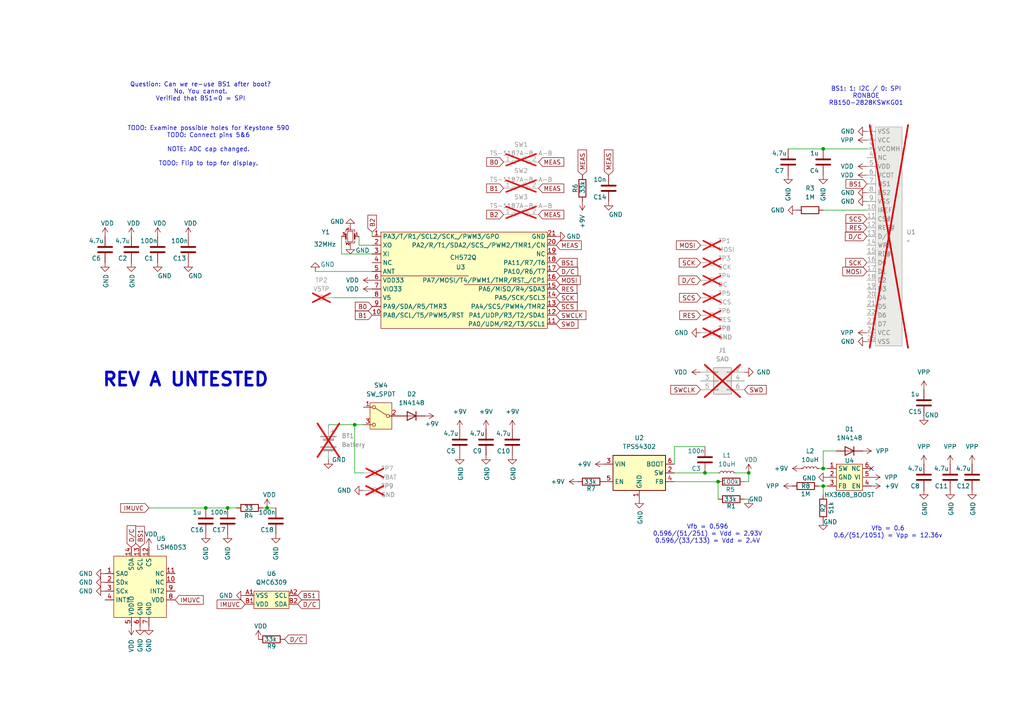
<source format=kicad_sch>
(kicad_sch (version 20250114) (generator "eeschema") (generator_version "9.0")
  (paper "A4")
  (lib_symbols
    (symbol "Connector:TestPoint" (pin_numbers (hide yes)) (pin_names (offset 0.762) (hide yes))
      (property "Reference" "TP" (at 0 6.858 0))
      (property "Value" "TestPoint" (at 0 5.08 0))
      (symbol "TestPoint_0_1"
        (circle (center 0 3.302) (radius 0.762))
      )
      (symbol "TestPoint_1_1"
        (pin passive line (at 0 0 90) (length 2.54) (name "1") (number "1"))
      )
    )
    (symbol "Connector_Generic:Conn_02x03_Odd_Even" (pin_names (offset 1.016) (hide yes))
      (property "Reference" "J" (at 1.27 5.08 0))
      (property "Value" "Conn_02x03_Odd_Even" (at 1.27 -5.08 0))
      (symbol "Conn_02x03_Odd_Even_1_1"
        (rectangle (start -1.27 3.81) (end 3.81 -3.81) (stroke (width 0.254)) (fill (type background)))
        (rectangle (start -1.27 2.667) (end 0 2.413) (stroke (width 0.1524)))
        (rectangle (start -1.27 0.127) (end 0 -0.127) (stroke (width 0.1524)))
        (rectangle (start -1.27 -2.413) (end 0 -2.667) (stroke (width 0.1524)))
        (rectangle (start 3.81 2.667) (end 2.54 2.413) (stroke (width 0.1524)))
        (rectangle (start 3.81 0.127) (end 2.54 -0.127) (stroke (width 0.1524)))
        (rectangle (start 3.81 -2.413) (end 2.54 -2.667) (stroke (width 0.1524)))
        (pin passive line (at -5.08 2.54 0) (length 3.81) (name "Pin_1") (number "1"))
        (pin passive line (at -5.08 0 0) (length 3.81) (name "Pin_3") (number "3"))
        (pin passive line (at -5.08 -2.54 0) (length 3.81) (name "Pin_5") (number "5"))
        (pin passive line (at 7.62 2.54 180) (length 3.81) (name "Pin_2") (number "2"))
        (pin passive line (at 7.62 0 180) (length 3.81) (name "Pin_4") (number "4"))
        (pin passive line (at 7.62 -2.54 180) (length 3.81) (name "Pin_6") (number "6"))
      )
    )
    (symbol "Device:Battery" (pin_numbers (hide yes)) (pin_names (offset 0) (hide yes))
      (property "Reference" "BT" (at 2.54 2.54 0))
      (property "Value" "Battery" (at 2.54 0 0))
      (symbol "Battery_0_1"
        (rectangle (start -2.286 1.778) (end 2.286 1.524) (fill (type outline)))
        (rectangle (start -2.286 -1.27) (end 2.286 -1.524) (fill (type outline)))
        (rectangle (start -1.524 1.016) (end 1.524 0.508) (fill (type outline)))
        (rectangle (start -1.524 -2.032) (end 1.524 -2.54) (fill (type outline)))
        (polyline (pts (xy 0 1.778) (xy 0 2.54)))
        (polyline (pts (xy 0 0) (xy 0 0.254)))
        (polyline (pts (xy 0 -0.508) (xy 0 -0.254)))
        (polyline (pts (xy 0 -1.016) (xy 0 -0.762)))
        (polyline (pts (xy 0.762 3.048) (xy 1.778 3.048)) (stroke (width 0.254)))
        (polyline (pts (xy 1.27 3.556) (xy 1.27 2.54)) (stroke (width 0.254)))
      )
      (symbol "Battery_1_1"
        (pin passive line (at 0 5.08 270) (length 2.54) (name "+") (number "1"))
        (pin passive line (at 0 -5.08 90) (length 2.54) (name "-") (number "2"))
      )
    )
    (symbol "Device:C" (pin_numbers (hide yes)) (pin_names (offset 0.254))
      (property "Reference" "C" (at 0.635 2.54 0))
      (property "Value" "C" (at 0.635 -2.54 0))
      (symbol "C_0_1"
        (polyline (pts (xy -2.032 0.762) (xy 2.032 0.762)) (stroke (width 0.508)))
        (polyline (pts (xy -2.032 -0.762) (xy 2.032 -0.762)) (stroke (width 0.508)))
      )
      (symbol "C_1_1"
        (pin passive line (at 0 3.81 270) (length 2.794) (name "~") (number "1"))
        (pin passive line (at 0 -3.81 90) (length 2.794) (name "~") (number "2"))
      )
    )
    (symbol "Device:Crystal_GND24_Small" (pin_names (offset 1.016) (hide yes))
      (property "Reference" "Y" (at 1.27 4.445 0))
      (property "Value" "Crystal_GND24_Small" (at 1.27 2.54 0))
      (symbol "Crystal_GND24_Small_0_1"
        (polyline (pts (xy -1.27 1.27) (xy -1.27 1.905) (xy 1.27 1.905) (xy 1.27 1.27)))
        (polyline (pts (xy -1.27 -0.762) (xy -1.27 0.762)) (stroke (width 0.381)))
        (polyline (pts (xy -1.27 -1.27) (xy -1.27 -1.905) (xy 1.27 -1.905) (xy 1.27 -1.27)))
        (rectangle (start -0.762 -1.524) (end 0.762 1.524))
        (polyline (pts (xy 1.27 -0.762) (xy 1.27 0.762)) (stroke (width 0.381)))
      )
      (symbol "Crystal_GND24_Small_1_1"
        (pin passive line (at -2.54 0 0) (length 1.27) (name "1") (number "1"))
        (pin passive line (at 0 2.54 270) (length 0.635) (name "4") (number "4"))
        (pin passive line (at 0 -2.54 90) (length 0.635) (name "2") (number "2"))
        (pin passive line (at 2.54 0 180) (length 1.27) (name "3") (number "3"))
      )
    )
    (symbol "Device:L_Small" (pin_numbers (hide yes)) (pin_names (offset 0.254) (hide yes))
      (property "Reference" "L" (at 0.762 1.016 0))
      (property "Value" "L_Small" (at 0.762 -1.016 0))
      (symbol "L_Small_0_1"
        (arc (start 0 2.032) (mid 0.5058 1.524) (end 0 1.016))
        (arc (start 0 1.016) (mid 0.5058 0.508) (end 0 0))
        (arc (start 0 0) (mid 0.5058 -0.508) (end 0 -1.016))
        (arc (start 0 -1.016) (mid 0.5058 -1.524) (end 0 -2.032))
      )
      (symbol "L_Small_1_1"
        (pin passive line (at 0 2.54 270) (length 0.508) (name "~") (number "1"))
        (pin passive line (at 0 -2.54 90) (length 0.508) (name "~") (number "2"))
      )
    )
    (symbol "Device:R" (pin_numbers (hide yes)) (pin_names (offset 0))
      (property "Reference" "R" (at 2.032 0 90))
      (property "Value" "R" (at 0 0 90))
      (symbol "R_0_1"
        (rectangle (start -1.016 -2.54) (end 1.016 2.54) (stroke (width 0.254)))
      )
      (symbol "R_1_1"
        (pin passive line (at 0 3.81 270) (length 1.27) (name "~") (number "1"))
        (pin passive line (at 0 -3.81 90) (length 1.27) (name "~") (number "2"))
      )
    )
    (symbol "Diode:1N4148" (pin_numbers (hide yes)) (pin_names (hide yes))
      (property "Reference" "D" (at 0 2.54 0))
      (property "Value" "1N4148" (at 0 -2.54 0))
      (symbol "1N4148_0_1"
        (polyline (pts (xy -1.27 1.27) (xy -1.27 -1.27)) (stroke (width 0.254)))
        (polyline (pts (xy 1.27 1.27) (xy 1.27 -1.27) (xy -1.27 0) (xy 1.27 1.27)) (stroke (width 0.254)))
        (polyline (pts (xy 1.27 0) (xy -1.27 0)))
      )
      (symbol "1N4148_1_1"
        (pin passive line (at -3.81 0 0) (length 2.54) (name "K") (number "1"))
        (pin passive line (at 3.81 0 180) (length 2.54) (name "A") (number "2"))
      )
    )
    (symbol "Regulator_Switching:TPS54302"
      (property "Reference" "U" (at -7.62 6.35 0))
      (property "Value" "TPS54302" (at 0 6.35 0))
      (symbol "TPS54302_0_1"
        (rectangle (start -7.62 5.08) (end 7.62 -5.08) (stroke (width 0.254)) (fill (type background)))
      )
      (symbol "TPS54302_1_1"
        (pin power_in line (at -10.16 2.54 0) (length 2.54) (name "VIN") (number "3"))
        (pin input line (at -10.16 -2.54 0) (length 2.54) (name "EN") (number "5"))
        (pin power_in line (at 0 -7.62 90) (length 2.54) (name "GND") (number "1"))
        (pin passive line (at 10.16 2.54 180) (length 2.54) (name "BOOT") (number "6"))
        (pin power_out line (at 10.16 0 180) (length 2.54) (name "SW") (number "2"))
        (pin input line (at 10.16 -2.54 180) (length 2.54) (name "FB") (number "4"))
      )
    )
    (symbol "Switch:SW_SPDT" (pin_names (offset 0) (hide yes))
      (property "Reference" "SW" (at 0 5.08 0))
      (property "Value" "SW_SPDT" (at 0 -5.08 0))
      (symbol "SW_SPDT_0_1"
        (circle (center -2.032 0) (radius 0.4572))
        (polyline (pts (xy -1.651 0.254) (xy 1.651 2.286)))
        (circle (center 2.032 2.54) (radius 0.4572))
        (circle (center 2.032 -2.54) (radius 0.4572))
      )
      (symbol "SW_SPDT_1_1"
        (rectangle (start -3.175 3.81) (end 3.175 -3.81) (fill (type background)))
        (pin passive line (at -5.08 0 0) (length 2.54) (name "B") (number "2"))
        (pin passive line (at 5.08 2.54 180) (length 2.54) (name "A") (number "1"))
        (pin passive line (at 5.08 -2.54 180) (length 2.54) (name "C") (number "3"))
      )
    )
    (symbol "Switch:SW_SPST" (pin_names (offset 0) (hide yes))
      (property "Reference" "SW" (at 0 3.175 0))
      (property "Value" "SW_SPST" (at 0 -2.54 0))
      (symbol "SW_SPST_0_0"
        (circle (center -2.032 0) (radius 0.508))
        (polyline (pts (xy -1.524 0.254) (xy 1.524 1.778)))
        (circle (center 2.032 0) (radius 0.508))
      )
      (symbol "SW_SPST_1_1"
        (pin passive line (at -5.08 0 0) (length 2.54) (name "A") (number "1"))
        (pin passive line (at 5.08 0 180) (length 2.54) (name "B") (number "2"))
      )
    )
    (symbol "cnhardware:CH570D"
      (property "Reference" "U" (at -2.286 -0.508 0))
      (property "Value" "CH570D" (at -4.318 -4.572 0))
      (symbol "CH570D_0_1"
        (rectangle (start -24.13 -1.27) (end 1.27 -1.27))
        (rectangle (start 24.13 -3.81) (end 0 -3.81))
      )
      (symbol "CH570D_1_1"
        (rectangle (start -24.13 11.43) (end 24.13 -16.51) (fill (type background)))
        (pin bidirectional line (at -26.67 10.16 0) (length 2.54) (name "PA3/T/R1/SCL2/SCK_/PWM3/GPO") (number "1"))
        (pin bidirectional line (at -26.67 7.62 0) (length 2.54) (name "XO") (number "2"))
        (pin bidirectional line (at -26.67 5.08 0) (length 2.54) (name "XI") (number "3"))
        (pin bidirectional line (at -26.67 2.54 0) (length 2.54) (name "NC") (number "4"))
        (pin bidirectional line (at -26.67 0 0) (length 2.54) (name "ANT") (number "5"))
        (pin bidirectional line (at -26.67 -2.54 0) (length 2.54) (name "VDD33") (number "6"))
        (pin bidirectional line (at -26.67 -5.08 0) (length 2.54) (name "VIO33") (number "7"))
        (pin bidirectional line (at -26.67 -7.62 0) (length 2.54) (name "V5") (number "8"))
        (pin bidirectional line (at -26.67 -10.16 0) (length 2.54) (name "PA9/SDA/R5/TMR3") (number "9"))
        (pin bidirectional line (at -26.67 -12.7 0) (length 2.54) (name "PA8/SCL/T5/PWM5/RST") (number "10"))
        (pin bidirectional line (at 26.67 10.16 180) (length 2.54) (name "GND") (number "21"))
        (pin bidirectional line (at 26.67 7.62 180) (length 2.54) (name "PA2/R/T1/SDA2/SCS_/PWM2/TMR1/CN") (number "20"))
        (pin bidirectional line (at 26.67 5.08 180) (length 2.54) (name "NC") (number "19"))
        (pin bidirectional line (at 26.67 2.54 180) (length 2.54) (name "PA11/R7/T6") (number "18"))
        (pin bidirectional line (at 26.67 0 180) (length 2.54) (name "PA10/R6/T7") (number "17"))
        (pin bidirectional line (at 26.67 -2.54 180) (length 2.54) (name "PA7/MOSI/T4/PWM1/TMR/RST_/CP1") (number "16"))
        (pin bidirectional line (at 26.67 -5.08 180) (length 2.54) (name "PA6/MISO/R4/SDA3") (number "15"))
        (pin bidirectional line (at 26.67 -7.62 180) (length 2.54) (name "PA5/SCK/SCL3") (number "14"))
        (pin bidirectional line (at 26.67 -10.16 180) (length 2.54) (name "PA4/SCS/PWM4/TMR2") (number "13"))
        (pin bidirectional line (at 26.67 -12.7 180) (length 2.54) (name "PA1/UDP/R3/T2/SDA1") (number "12"))
        (pin bidirectional line (at 26.67 -15.24 180) (length 2.54) (name "PA0/UDM/R2/T3/SCL1") (number "11"))
      )
    )
    (symbol "cnhardware:HX3608_BOOST"
      (property "Reference" "U" (at 0 -5.334 0))
      (property "Value" "HX3608_BOOST" (at 0 6.096 0))
      (symbol "HX3608_BOOST_1_1"
        (rectangle (start -3.81 3.81) (end 3.81 -3.81) (fill (type background)))
        (pin bidirectional line (at -6.35 2.54 0) (length 2.54) (name "SW") (number "1"))
        (pin bidirectional line (at -6.35 0 0) (length 2.54) (name "GND") (number "2"))
        (pin bidirectional line (at -6.35 -2.54 0) (length 2.54) (name "FB") (number "3"))
        (pin bidirectional line (at 6.35 2.54 180) (length 2.54) (name "NC") (number "6"))
        (pin bidirectional line (at 6.35 0 180) (length 2.54) (name "VI") (number "5"))
        (pin bidirectional line (at 6.35 -2.54 180) (length 2.54) (name "EN") (number "4"))
      )
    )
    (symbol "cnhardware:LSM6DSL"
      (property "Reference" "U" (at 0 0 0))
      (symbol "LSM6DSL_1_1"
        (rectangle (start -7.62 8.89) (end 7.62 -8.89) (fill (type background)))
        (pin bidirectional line (at -10.16 3.81 0) (length 2.54) (name "SA0") (number "1"))
        (pin bidirectional line (at -10.16 1.27 0) (length 2.54) (name "SDx") (number "2"))
        (pin bidirectional line (at -10.16 -1.27 0) (length 2.54) (name "SCx") (number "3"))
        (pin bidirectional line (at -10.16 -3.81 0) (length 2.54) (name "INT1") (number "4"))
        (pin bidirectional line (at -2.54 11.43 270) (length 2.54) (name "SDA") (number "14"))
        (pin bidirectional line (at -2.54 -11.43 90) (length 2.54) (name "VDDIO") (number "5"))
        (pin bidirectional line (at 0 11.43 270) (length 2.54) (name "SCL") (number "13"))
        (pin bidirectional line (at 0 -11.43 90) (length 2.54) (name "GND") (number "6"))
        (pin bidirectional line (at 2.54 11.43 270) (length 2.54) (name "CS") (number "12"))
        (pin bidirectional line (at 2.54 -11.43 90) (length 2.54) (name "GND") (number "7"))
        (pin bidirectional line (at 10.16 3.81 180) (length 2.54) (name "NC") (number "11"))
        (pin bidirectional line (at 10.16 1.27 180) (length 2.54) (name "NC") (number "10"))
        (pin bidirectional line (at 10.16 -1.27 180) (length 2.54) (name "INT2") (number "9"))
        (pin bidirectional line (at 10.16 -3.81 180) (length 2.54) (name "VDD") (number "8"))
      )
    )
    (symbol "cnhardware:QMC6309"
      (property "Reference" "U" (at 0 0 0))
      (property "Value" "QMC6309" (at 0 -3.81 0))
      (symbol "QMC6309_1_1"
        (rectangle (start -5.08 2.54) (end 5.08 -2.54) (fill (type background)))
        (pin bidirectional line (at -7.62 1.27 0) (length 2.54) (name "VSS") (number "A1"))
        (pin bidirectional line (at -7.62 -1.27 0) (length 2.54) (name "VDD") (number "B1"))
        (pin bidirectional line (at 7.62 1.27 180) (length 2.54) (name "SCL") (number "A2"))
        (pin bidirectional line (at 7.62 -1.27 180) (length 2.54) (name "SDA") (number "B2"))
      )
    )
    (symbol "cnhardware:RB150-2828KSWKG01"
      (property "Reference" "U1" (at 6.35 0.0001 0))
      (property "Value" "~" (at 6.35 -2.5399 0))
      (symbol "RB150-2828KSWKG01_1_1"
        (rectangle (start -2.54 30.48) (end 5.08 -33.02) (fill (type background)))
        (pin bidirectional line (at -5.08 29.21 0) (length 2.54) (name "VSS") (number "1"))
        (pin bidirectional line (at -5.08 26.67 0) (length 2.54) (name "VCC") (number "2"))
        (pin bidirectional line (at -5.08 24.13 0) (length 2.54) (name "VCOMH") (number "3"))
        (pin bidirectional line (at -5.08 21.59 0) (length 2.54) (name "NC") (number "4"))
        (pin bidirectional line (at -5.08 19.05 0) (length 2.54) (name "VDD") (number "5"))
        (pin bidirectional line (at -5.08 16.51 0) (length 2.54) (name "VCOT") (number "6"))
        (pin bidirectional line (at -5.08 13.97 0) (length 2.54) (name "BS1") (number "7"))
        (pin bidirectional line (at -5.08 11.43 0) (length 2.54) (name "BS2") (number "8"))
        (pin bidirectional line (at -5.08 8.89 0) (length 2.54) (name "VSS") (number "9"))
        (pin bidirectional line (at -5.08 6.35 0) (length 2.54) (name "IREF") (number "10"))
        (pin bidirectional line (at -5.08 3.81 0) (length 2.54) (name "CS#") (number "11"))
        (pin bidirectional line (at -5.08 1.27 0) (length 2.54) (name "RES#") (number "12"))
        (pin bidirectional line (at -5.08 -1.27 0) (length 2.54) (name "D/C") (number "13"))
        (pin bidirectional line (at -5.08 -3.81 0) (length 2.54) (name "WR#") (number "14"))
        (pin bidirectional line (at -5.08 -6.35 0) (length 2.54) (name "RD#") (number "15"))
        (pin bidirectional line (at -5.08 -8.89 0) (length 2.54) (name "D0") (number "16"))
        (pin bidirectional line (at -5.08 -11.43 0) (length 2.54) (name "D1") (number "17"))
        (pin bidirectional line (at -5.08 -13.97 0) (length 2.54) (name "D2") (number "18"))
        (pin bidirectional line (at -5.08 -16.51 0) (length 2.54) (name "D3") (number "19"))
        (pin bidirectional line (at -5.08 -19.05 0) (length 2.54) (name "D4") (number "20"))
        (pin bidirectional line (at -5.08 -21.59 0) (length 2.54) (name "D5") (number "21"))
        (pin bidirectional line (at -5.08 -24.13 0) (length 2.54) (name "D6") (number "22"))
        (pin bidirectional line (at -5.08 -26.67 0) (length 2.54) (name "D7") (number "23"))
        (pin bidirectional line (at -5.08 -29.21 0) (length 2.54) (name "VCC") (number "24"))
        (pin bidirectional line (at -5.08 -31.75 0) (length 2.54) (name "VSS") (number "25"))
      )
    )
    (symbol "power:+9V" (power) (pin_numbers (hide yes)) (pin_names (offset 0) (hide yes))
      (property "Value" "+9V" (at 0 3.556 0))
      (symbol "+9V_0_1"
        (polyline (pts (xy -0.762 1.27) (xy 0 2.54)))
        (polyline (pts (xy 0 2.54) (xy 0.762 1.27)))
        (polyline (pts (xy 0 0) (xy 0 2.54)))
      )
      (symbol "+9V_1_1"
        (pin power_in line (at 0 0 90) (length 0) (name "~") (number "1"))
      )
    )
    (symbol "power:GND" (power) (pin_names (offset 0))
      (property "Value" "GND" (at 0 -3.81 0))
      (symbol "GND_0_1"
        (polyline (pts (xy 0 0) (xy 0 -1.27) (xy 1.27 -1.27) (xy 0 -2.54) (xy -1.27 -1.27) (xy 0 -1.27)))
      )
      (symbol "GND_1_1"
        (pin power_in line (at 0 0 270) (length 0) (hide yes) (name "GND") (number "1"))
      )
    )
    (symbol "power:VDD" (power) (pin_names (offset 0))
      (property "Value" "VDD" (at 0 3.81 0))
      (symbol "VDD_0_1"
        (polyline (pts (xy -0.762 1.27) (xy 0 2.54)))
        (polyline (pts (xy 0 2.54) (xy 0.762 1.27)))
        (polyline (pts (xy 0 0) (xy 0 2.54)))
      )
      (symbol "VDD_1_1"
        (pin power_in line (at 0 0 90) (length 0) (hide yes) (name "VDD") (number "1"))
      )
    )
    (symbol "power:VPP" (power) (pin_numbers (hide yes)) (pin_names (offset 0) (hide yes))
      (property "Value" "VPP" (at 0 3.556 0))
      (symbol "VPP_0_1"
        (polyline (pts (xy -0.762 1.27) (xy 0 2.54)))
        (polyline (pts (xy 0 2.54) (xy 0.762 1.27)))
        (polyline (pts (xy 0 0) (xy 0 2.54)))
      )
      (symbol "VPP_1_1"
        (pin power_in line (at 0 0 90) (length 0) (name "~") (number "1"))
      )
    )
  )
  (text "REV A UNTESTED" (at 53.848 110.236 0) (effects (font (size 3.81 3.81) (thickness 0.762) (bold yes))))
  (text "TODO: Examine possible holes for Keystone 590\nTODO: Connect pins 5&6\n\nNOTE: ADC cap changed.\n\nTODO: Flip to top for display." (at 60.452 42.418 0) (effects (font (size 1.27 1.27))))
  (text "Question: Can we re-use BS1 after boot?\nNo. You cannot.\nVerified that BS1=0 = SPI" (at 58.166 26.67 0) (effects (font (size 1.27 1.27))))
  (text "Vfb = 0.596\n0.596/(51/251) = Vdd = 2.93V\n0.596/(33/133) = Vdd = 2.4V" (at 205.232 154.94 0) (effects (font (size 1.27 1.27))))
  (text "Vfb = 0.6\n0.6/(51/1051) = Vpp = 12.36v" (at 257.556 154.432 0) (effects (font (size 1.27 1.27))))
  (text "BS1: 1: I2C / 0: SPI\nRONBOE\nRB150-2828KSWKG01" (at 251.206 27.94 0) (effects (font (size 1.27 1.27))))
  (junction (at 59.69 147.32))
  (junction (at 217.17 137.16))
  (junction (at 238.76 135.89))
  (junction (at 238.76 43.18))
  (junction (at 77.47 147.32))
  (junction (at 238.76 140.97))
  (junction (at 66.04 147.32))
  (junction (at 204.47 137.16))
  (junction (at 102.87 123.19))
  (junction (at 208.28 139.7))
  (no_connect (at 252.73 135.89))
  (wire (pts (xy 208.28 139.7) (xy 208.28 144.78)))
  (wire (pts (xy 237.49 135.89) (xy 238.76 135.89)))
  (wire (pts (xy 238.76 135.89) (xy 240.03 135.89)))
  (wire (pts (xy 43.18 147.32) (xy 59.69 147.32)))
  (wire (pts (xy 80.01 147.32) (xy 77.47 147.32)))
  (wire (pts (xy 102.87 137.16) (xy 102.87 123.19)))
  (wire (pts (xy 237.49 140.97) (xy 238.76 140.97)))
  (wire (pts (xy 238.76 130.81) (xy 238.76 135.89)))
  (wire (pts (xy 107.95 67.31) (xy 107.95 68.58)))
  (wire (pts (xy 105.41 137.16) (xy 102.87 137.16)))
  (wire (pts (xy 96.52 86.36) (xy 107.95 86.36)))
  (wire (pts (xy 104.14 68.58) (xy 104.14 71.12)))
  (wire (pts (xy 99.06 73.66) (xy 99.06 68.58)))
  (wire (pts (xy 213.36 137.16) (xy 217.17 137.16)))
  (wire (pts (xy 107.95 73.66) (xy 99.06 73.66)))
  (wire (pts (xy 91.44 78.74) (xy 107.95 78.74)))
  (wire (pts (xy 95.25 123.19) (xy 102.87 123.19)))
  (wire (pts (xy 238.76 143.51) (xy 238.76 140.97)))
  (wire (pts (xy 104.14 71.12) (xy 107.95 71.12)))
  (wire (pts (xy 195.58 139.7) (xy 208.28 139.7)))
  (wire (pts (xy 76.2 147.32) (xy 77.47 147.32)))
  (wire (pts (xy 102.87 123.19) (xy 105.41 123.19)))
  (wire (pts (xy 228.6 43.18) (xy 238.76 43.18)))
  (wire (pts (xy 59.69 147.32) (xy 66.04 147.32)))
  (wire (pts (xy 195.58 137.16) (xy 204.47 137.16)))
  (wire (pts (xy 238.76 140.97) (xy 240.03 140.97)))
  (wire (pts (xy 215.9 139.7) (xy 217.17 139.7)))
  (wire (pts (xy 217.17 137.16) (xy 217.17 139.7)))
  (wire (pts (xy 217.17 144.78) (xy 215.9 144.78)))
  (wire (pts (xy 195.58 129.54) (xy 204.47 129.54)))
  (wire (pts (xy 238.76 60.96) (xy 251.46 60.96)))
  (wire (pts (xy 66.04 147.32) (xy 68.58 147.32)))
  (wire (pts (xy 204.47 137.16) (xy 208.28 137.16)))
  (wire (pts (xy 242.57 130.81) (xy 238.76 130.81)))
  (wire (pts (xy 238.76 43.18) (xy 251.46 43.18)))
  (wire (pts (xy 195.58 134.62) (xy 195.58 129.54)))
  (global_label "D{slash}C" (shape input) (at 38.1 158.75 90) (property "Intersheetrefs" "${INTERSHEET_REFS}" (effects (hide yes))))
  (global_label "MOSI" (shape input) (at 251.46 78.74 180) (property "Intersheetrefs" "${INTERSHEET_REFS}" (effects (hide yes))))
  (global_label "SWCLK" (shape input) (at 161.29 91.44 0) (property "Intersheetrefs" "${INTERSHEET_REFS}" (effects (hide yes))))
  (global_label "RES" (shape input) (at 251.46 66.04 180) (property "Intersheetrefs" "${INTERSHEET_REFS}" (effects (hide yes))))
  (global_label "MEAS" (shape input) (at 156.21 46.99 0) (property "Intersheetrefs" "${INTERSHEET_REFS}" (effects (hide yes))))
  (global_label "BS1" (shape input) (at 161.29 76.2 0) (property "Intersheetrefs" "${INTERSHEET_REFS}" (effects (hide yes))))
  (global_label "MEAS" (shape input) (at 168.91 50.8 90) (property "Intersheetrefs" "${INTERSHEET_REFS}" (effects (hide yes))))
  (global_label "D{slash}C" (shape input) (at 82.55 185.42 0) (property "Intersheetrefs" "${INTERSHEET_REFS}" (effects (hide yes))))
  (global_label "B2" (shape input) (at 107.95 67.31 90) (property "Intersheetrefs" "${INTERSHEET_REFS}" (effects (hide yes))))
  (global_label "MEAS" (shape input) (at 176.53 50.8 90) (property "Intersheetrefs" "${INTERSHEET_REFS}" (effects (hide yes))))
  (global_label "SCK" (shape input) (at 203.2 76.2 180) (property "Intersheetrefs" "${INTERSHEET_REFS}" (effects (hide yes))))
  (global_label "MEAS" (shape input) (at 156.21 54.61 0) (property "Intersheetrefs" "${INTERSHEET_REFS}" (effects (hide yes))))
  (global_label "SCS" (shape input) (at 251.46 63.5 180) (property "Intersheetrefs" "${INTERSHEET_REFS}" (effects (hide yes))))
  (global_label "B2" (shape input) (at 146.05 62.23 180) (property "Intersheetrefs" "${INTERSHEET_REFS}" (effects (hide yes))))
  (global_label "SCS" (shape input) (at 203.2 86.36 180) (property "Intersheetrefs" "${INTERSHEET_REFS}" (effects (hide yes))))
  (global_label "B0" (shape input) (at 146.05 46.99 180) (property "Intersheetrefs" "${INTERSHEET_REFS}" (effects (hide yes))))
  (global_label "RES" (shape input) (at 203.2 91.44 180) (property "Intersheetrefs" "${INTERSHEET_REFS}" (effects (hide yes))))
  (global_label "SWD" (shape input) (at 161.29 93.98 0) (property "Intersheetrefs" "${INTERSHEET_REFS}" (effects (hide yes))))
  (global_label "MOSI" (shape input) (at 161.29 81.28 0) (property "Intersheetrefs" "${INTERSHEET_REFS}" (effects (hide yes))))
  (global_label "BS1" (shape input) (at 40.64 158.75 90) (property "Intersheetrefs" "${INTERSHEET_REFS}" (effects (hide yes))))
  (global_label "B0" (shape input) (at 107.95 88.9 180) (property "Intersheetrefs" "${INTERSHEET_REFS}" (effects (hide yes))))
  (global_label "D{slash}C" (shape input) (at 251.46 68.58 180) (property "Intersheetrefs" "${INTERSHEET_REFS}" (effects (hide yes))))
  (global_label "SWD" (shape input) (at 215.9 113.03 0) (property "Intersheetrefs" "${INTERSHEET_REFS}" (effects (hide yes))))
  (global_label "D{slash}C" (shape input) (at 203.2 81.28 180) (property "Intersheetrefs" "${INTERSHEET_REFS}" (effects (hide yes))))
  (global_label "SWCLK" (shape input) (at 203.2 113.03 180) (property "Intersheetrefs" "${INTERSHEET_REFS}" (effects (hide yes))))
  (global_label "SCK" (shape input) (at 161.29 86.36 0) (property "Intersheetrefs" "${INTERSHEET_REFS}" (effects (hide yes))))
  (global_label "RES" (shape input) (at 161.29 83.82 0) (property "Intersheetrefs" "${INTERSHEET_REFS}" (effects (hide yes))))
  (global_label "IMUVC" (shape input) (at 50.8 173.99 0) (property "Intersheetrefs" "${INTERSHEET_REFS}" (effects (hide yes))))
  (global_label "D{slash}C" (shape input) (at 86.36 175.26 0) (property "Intersheetrefs" "${INTERSHEET_REFS}" (effects (hide yes))))
  (global_label "SCK" (shape input) (at 251.46 76.2 180) (property "Intersheetrefs" "${INTERSHEET_REFS}" (effects (hide yes))))
  (global_label "MEAS" (shape input) (at 156.21 62.23 0) (property "Intersheetrefs" "${INTERSHEET_REFS}" (effects (hide yes))))
  (global_label "IMUVC" (shape input) (at 43.18 147.32 180) (property "Intersheetrefs" "${INTERSHEET_REFS}" (effects (hide yes))))
  (global_label "BS1" (shape input) (at 251.46 53.34 180) (property "Intersheetrefs" "${INTERSHEET_REFS}" (effects (hide yes))))
  (global_label "MEAS" (shape input) (at 161.29 71.12 0) (property "Intersheetrefs" "${INTERSHEET_REFS}" (effects (hide yes))))
  (global_label "SCS" (shape input) (at 161.29 88.9 0) (property "Intersheetrefs" "${INTERSHEET_REFS}" (effects (hide yes))))
  (global_label "MOSI" (shape input) (at 203.2 71.12 180) (property "Intersheetrefs" "${INTERSHEET_REFS}" (effects (hide yes))))
  (global_label "B1" (shape input) (at 107.95 91.44 180) (property "Intersheetrefs" "${INTERSHEET_REFS}" (effects (hide yes))))
  (global_label "BS1" (shape input) (at 86.36 172.72 0) (property "Intersheetrefs" "${INTERSHEET_REFS}" (effects (hide yes))))
  (global_label "IMUVC" (shape input) (at 71.12 175.26 180) (property "Intersheetrefs" "${INTERSHEET_REFS}" (effects (hide yes))))
  (global_label "D{slash}C" (shape input) (at 161.29 78.74 0) (property "Intersheetrefs" "${INTERSHEET_REFS}" (effects (hide yes))))
  (global_label "B1" (shape input) (at 146.05 54.61 180) (property "Intersheetrefs" "${INTERSHEET_REFS}" (effects (hide yes))))
  (symbol (lib_id "power:GND") (at 30.48 166.37 270) (unit 1)
    (property "Reference" "#PWR070" (effects (hide yes)))
    (property "Value" "GND" (at 22.86 166.37 90) (effects (justify left)))
  )
  (symbol (lib_id "power:VDD") (at 45.72 68.58 0) (unit 1)
    (property "Reference" "#PWR04" (effects (hide yes)))
    (property "Value" "VDD" (at 44.45 64.77 0) (effects (justify left)))
  )
  (symbol (lib_id "Switch:SW_SPST") (at 151.13 54.61 0) (unit 1) (in_bom no) (dnp yes)
    (property "Reference" "SW2" (at 151.13 49.53 0))
    (property "Value" "TS-1187A-B-A-B" (at 151.13 52.07 0))
    (property "Footprint" "cnhardware:BTC007_Button_Silicone" (effects (hide yes)))
  )
  (symbol (lib_id "power:+9V") (at 167.64 139.7 90) (unit 1)
    (property "Reference" "#PWR029" (effects (hide yes)))
    (property "Value" "+9V" (at 163.83 139.6999 90) (effects (justify left)))
    (property "Description" "Power symbol creates a global label with name \"+9V\"" (effects (hide yes)))
  )
  (symbol (lib_id "power:VDD") (at 38.1 68.58 0) (unit 1)
    (property "Reference" "#PWR051" (effects (hide yes)))
    (property "Value" "VDD" (at 36.83 64.77 0) (effects (justify left)))
  )
  (symbol (lib_id "Device:C") (at 133.35 128.27 0) (unit 1)
    (property "Reference" "C5" (at 130.81 130.81 0))
    (property "Value" "4.7u" (at 130.81 125.73 0))
    (property "Footprint" "Capacitor_SMD:C_1206_3216Metric" (effects (hide yes)))
    (property "LCSC" "C29823" (effects (hide yes)))
  )
  (symbol (lib_id "cnhardware:QMC6309") (at 78.74 173.99 0) (unit 1)
    (property "Reference" "U6" (at 78.74 166.37 0))
    (property "Value" "QMC6309" (at 78.74 168.91 0))
    (property "Footprint" "Package_BGA:WLP-4_0.83x0.83mm_P0.4mm" (effects (hide yes)))
    (property "LCSC" "C5439871" (effects (hide yes)))
  )
  (symbol (lib_id "Connector:TestPoint") (at 105.41 142.24 270) (unit 1) (in_bom no) (dnp yes)
    (property "Reference" "TP9" (at 110.49 140.9699 90) (effects (justify left)))
    (property "Value" "GND" (at 110.49 143.5099 90) (effects (justify left)))
    (property "Footprint" "TestPoint:TestPoint_Pad_D1.0mm" (effects (hide yes)))
    (property "Description" "test point" (effects (hide yes)))
  )
  (symbol (lib_id "Device:C") (at 267.97 138.43 0) (unit 1)
    (property "Reference" "C8" (at 265.43 140.97 0))
    (property "Value" "4.7u" (at 265.43 135.89 0))
    (property "Footprint" "Capacitor_SMD:C_1206_3216Metric" (effects (hide yes)))
    (property "LCSC" "C29823" (effects (hide yes)))
  )
  (symbol (lib_id "Connector:TestPoint") (at 203.2 76.2 270) (unit 1) (in_bom no) (dnp yes)
    (property "Reference" "TP3" (at 208.28 74.9299 90) (effects (justify left)))
    (property "Value" "SCK" (at 208.28 77.4699 90) (effects (justify left)))
    (property "Footprint" "TestPoint:TestPoint_Pad_D1.0mm" (effects (hide yes)))
    (property "Description" "test point" (effects (hide yes)))
  )
  (symbol (lib_id "power:GND") (at 231.14 60.96 270) (unit 1)
    (property "Reference" "#PWR015" (effects (hide yes)))
    (property "Value" "GND" (at 223.52 60.96 90) (effects (justify left)))
  )
  (symbol (lib_id "power:GND") (at 238.76 151.13 0) (unit 1)
    (property "Reference" "#PWR050" (effects (hide yes)))
    (property "Value" "GND" (at 238.76 151.384 0) (effects (justify left)))
  )
  (symbol (lib_id "power:GND") (at 40.64 181.61 0) (unit 1)
    (property "Reference" "#PWR061" (effects (hide yes)))
    (property "Value" "GND" (at 40.64 189.23 90) (effects (justify left)))
  )
  (symbol (lib_id "power:VPP") (at 229.87 140.97 90) (unit 1)
    (property "Reference" "#PWR049" (effects (hide yes)))
    (property "Value" "VPP" (at 226.06 140.9699 90) (effects (justify left)))
    (property "Description" "Power symbol creates a global label with name \"VPP\"" (effects (hide yes)))
  )
  (symbol (lib_id "power:+9V") (at 175.26 134.62 90) (unit 1)
    (property "Reference" "#PWR028" (effects (hide yes)))
    (property "Value" "+9V" (at 171.45 134.6199 90) (effects (justify left)))
    (property "Description" "Power symbol creates a global label with name \"+9V\"" (effects (hide yes)))
  )
  (symbol (lib_id "Device:C") (at 38.1 72.39 0) (unit 1)
    (property "Reference" "C2" (at 35.56 74.93 0))
    (property "Value" "4.7u" (at 35.56 69.85 0))
    (property "Footprint" "Capacitor_SMD:C_1206_3216Metric" (effects (hide yes)))
    (property "LCSC" "C29823" (effects (hide yes)))
  )
  (symbol (lib_id "Diode:1N4148") (at 246.38 130.81 180) (unit 1)
    (property "Reference" "D1" (at 246.38 124.46 0))
    (property "Value" "1N4148" (at 246.38 127 0))
    (property "Footprint" "Diode_SMD:D_SOD-323" (effects (hide yes)))
    (property "Datasheet" "https://assets.nexperia.com/documents/data-sheet/1N4148_1N4448.pdf" (effects (hide yes)))
    (property "Description" "100V 0.15A standard switching diode, DO-35" (effects (hide yes)))
    (property "Sim.Device" "D" (effects (hide yes)))
    (property "Sim.Pins" "1=K 2=A" (effects (hide yes)))
    (property "LCSC" "C2128" (effects (hide yes)))
  )
  (symbol (lib_id "power:GND") (at 30.48 168.91 270) (unit 1)
    (property "Reference" "#PWR062" (effects (hide yes)))
    (property "Value" "GND" (at 22.86 168.91 90) (effects (justify left)))
  )
  (symbol (lib_id "power:+9V") (at 252.73 140.97 270) (unit 1)
    (property "Reference" "#PWR043" (effects (hide yes)))
    (property "Value" "+9V" (at 256.54 140.9699 90) (effects (justify left)))
    (property "Description" "Power symbol creates a global label with name \"+9V\"" (effects (hide yes)))
  )
  (symbol (lib_id "power:GND") (at 30.48 171.45 270) (unit 1)
    (property "Reference" "#PWR063" (effects (hide yes)))
    (property "Value" "GND" (at 22.86 171.45 90) (effects (justify left)))
  )
  (symbol (lib_id "Connector_Generic:Conn_02x03_Odd_Even") (at 208.28 110.49 0) (unit 1) (in_bom no) (dnp yes)
    (property "Reference" "J1" (at 209.55 101.6 0))
    (property "Value" "SAO" (at 209.55 104.14 0))
    (property "Footprint" "Connector_PinHeader_2.54mm:PinHeader_2x03_P2.54mm_Vertical_SMD" (effects (hide yes)))
    (property "Description" "Generic connector, double row, 02x03, odd/even pin numbering scheme (row 1 odd numbers, row 2 even numbers), script generated (kicad-library-utils/schlib/autogen/connector/)" (effects (hide yes)))
  )
  (symbol (lib_id "Regulator_Switching:TPS54302") (at 185.42 137.16 0) (unit 1)
    (property "Reference" "U2" (at 185.42 127 0))
    (property "Value" "TPS54302" (at 185.42 129.54 0))
    (property "Footprint" "Package_TO_SOT_SMD:SOT-23-6" (effects (hide yes)))
    (property "Datasheet" "http://www.ti.com/lit/ds/symlink/tps54302.pdf" (effects (hide yes)))
    (property "Description" "3A, 4.5 to 28V Input, EMI Friendly integrated switch synchronous step-down regulator, pulse-skipping, SOT-23-6" (effects (hide yes)))
    (property "LCSC" "C311983" (effects (hide yes)))
  )
  (symbol (lib_id "Device:R") (at 171.45 139.7 270) (unit 1)
    (property "Reference" "R7" (at 171.45 141.732 90))
    (property "Value" "33k" (at 171.196 139.7 90))
    (property "Footprint" "cnhardware:R_0402_1005Metric_COMPACT" (effects (hide yes)))
    (property "Description" "Resistor" (effects (hide yes)))
    (property "LCSC" "C25779" (effects (hide yes)))
  )
  (symbol (lib_id "Device:R") (at 168.91 54.61 180) (unit 1)
    (property "Reference" "R6" (at 166.878 54.61 90))
    (property "Value" "33k" (at 168.91 54.356 90))
    (property "Footprint" "cnhardware:R_0402_1005Metric_COMPACT" (effects (hide yes)))
    (property "Description" "Resistor" (effects (hide yes)))
    (property "LCSC" "C25779" (effects (hide yes)))
  )
  (symbol (lib_id "power:GND") (at 251.46 58.42 270) (unit 1)
    (property "Reference" "#PWR014" (effects (hide yes)))
    (property "Value" "GND" (at 243.84 58.42 90) (effects (justify left)))
  )
  (symbol (lib_id "Device:C") (at 45.72 72.39 0) (unit 1)
    (property "Reference" "C1" (at 43.18 74.93 0))
    (property "Value" "100n" (at 43.18 69.85 0))
    (property "Footprint" "Resistor_SMD:R_0402_1005Metric" (effects (hide yes)))
    (property "LCSC" "C307331" (effects (hide yes)))
  )
  (symbol (lib_id "Connector:TestPoint") (at 203.2 91.44 270) (unit 1) (in_bom no) (dnp yes)
    (property "Reference" "TP6" (at 208.28 90.1699 90) (effects (justify left)))
    (property "Value" "RES" (at 208.28 92.7099 90) (effects (justify left)))
    (property "Footprint" "TestPoint:TestPoint_Pad_D1.0mm" (effects (hide yes)))
    (property "Description" "test point" (effects (hide yes)))
  )
  (symbol (lib_id "Device:R") (at 72.39 147.32 270) (unit 1)
    (property "Reference" "R4" (at 72.136 149.606 90))
    (property "Value" "33" (at 72.136 147.32 90))
    (property "Footprint" "cnhardware:R_0402_1005Metric_COMPACT" (effects (hide yes)))
    (property "Description" "Resistor" (effects (hide yes)))
    (property "LCSC" "C25105" (effects (hide yes)))
  )
  (symbol (lib_id "power:GND") (at 275.59 142.24 0) (unit 1)
    (property "Reference" "#PWR041" (effects (hide yes)))
    (property "Value" "GND" (at 275.844 149.606 90) (effects (justify left)))
  )
  (symbol (lib_id "Connector:TestPoint") (at 203.2 96.52 270) (unit 1) (in_bom no) (dnp yes)
    (property "Reference" "TP8" (at 208.28 95.2499 90) (effects (justify left)))
    (property "Value" "GND" (at 208.28 97.7899 90) (effects (justify left)))
    (property "Footprint" "TestPoint:TestPoint_Pad_D1.0mm" (effects (hide yes)))
    (property "Description" "test point" (effects (hide yes)))
  )
  (symbol (lib_id "Device:Crystal_GND24_Small") (at 101.6 68.58 0) (mirror y) (unit 1)
    (property "Reference" "Y1" (at 94.488 67.31 0))
    (property "Value" "32MHz" (at 94.234 70.866 0))
    (property "Footprint" "Crystal:Crystal_SMD_2016-4Pin_2.0x1.6mm" (effects (hide yes)))
    (property "Description" "Four pin crystal, GND on pins 2 and 4, small symbol" (effects (hide yes)))
    (property "LCSC" "C7294697" (effects (hide yes)))
  )
  (symbol (lib_id "power:GND") (at 140.97 132.08 0) (unit 1)
    (property "Reference" "#PWR038" (effects (hide yes)))
    (property "Value" "GND" (at 141.224 139.446 90) (effects (justify left)))
  )
  (symbol (lib_id "cnhardware:RB150-2828KSWKG01") (at 256.54 67.31 0) (unit 1) (in_bom no) (dnp yes)
    (property "Reference" "U1" (at 262.89 67.3099 0) (effects (justify left)))
    (property "Value" "~" (at 262.89 69.8499 0) (effects (justify left)))
    (property "Footprint" "cnhardware:RB150-2828KSWKG01" (effects (hide yes)))
  )
  (symbol (lib_id "power:GND") (at 228.6 50.8 0) (unit 1)
    (property "Reference" "#PWR020" (effects (hide yes)))
    (property "Value" "GND" (at 228.6 58.42 90) (effects (justify left)))
  )
  (symbol (lib_id "power:GND") (at 91.44 78.74 0) (mirror x) (unit 1)
    (property "Reference" "#PWR012" (effects (hide yes)))
    (property "Value" "GND" (at 92.964 76.708 0) (effects (justify left)))
  )
  (symbol (lib_id "power:VDD") (at 107.95 83.82 90) (unit 1)
    (property "Reference" "#PWR023" (effects (hide yes)))
    (property "Value" "VDD" (at 104.14 83.8199 90) (effects (justify left)))
  )
  (symbol (lib_id "Connector:TestPoint") (at 105.41 137.16 270) (unit 1) (in_bom no) (dnp yes)
    (property "Reference" "TP7" (at 110.49 135.8899 90) (effects (justify left)))
    (property "Value" "VBAT" (at 110.49 138.4299 90) (effects (justify left)))
    (property "Footprint" "TestPoint:TestPoint_Pad_D1.0mm" (effects (hide yes)))
    (property "Description" "test point" (effects (hide yes)))
  )
  (symbol (lib_id "Device:L_Small") (at 234.95 135.89 90) (unit 1)
    (property "Reference" "L2" (at 234.95 130.81 90))
    (property "Value" "10uH" (at 234.95 133.35 90))
    (property "Footprint" "Inductor_SMD:L_1008_2520Metric" (effects (hide yes)))
    (property "Description" "Inductor, small symbol" (effects (hide yes)))
    (property "LCSC" "C37428" (effects (hide yes)))
  )
  (symbol (lib_id "power:GND") (at 105.41 142.24 270) (unit 1)
    (property "Reference" "#PWR058" (effects (hide yes)))
    (property "Value" "GND" (at 97.79 142.24 90) (effects (justify left)))
  )
  (symbol (lib_id "power:+9V") (at 148.59 124.46 0) (unit 1)
    (property "Reference" "#PWR039" (effects (hide yes)))
    (property "Value" "+9V" (at 148.59 119.38 0))
    (property "Description" "Power symbol creates a global label with name \"+9V\"" (effects (hide yes)))
  )
  (symbol (lib_id "power:VDD") (at 251.46 48.26 90) (unit 1)
    (property "Reference" "#PWR018" (effects (hide yes)))
    (property "Value" "VDD" (at 247.65 48.2599 90) (effects (justify left)))
  )
  (symbol (lib_id "power:GND") (at 251.46 55.88 270) (unit 1)
    (property "Reference" "#PWR02" (effects (hide yes)))
    (property "Value" "GND" (at 243.84 55.88 90) (effects (justify left)))
  )
  (symbol (lib_id "power:GND") (at 251.46 99.06 270) (unit 1)
    (property "Reference" "#PWR016" (effects (hide yes)))
    (property "Value" "GND" (at 243.84 99.06 90) (effects (justify left)))
  )
  (symbol (lib_id "Connector:TestPoint") (at 96.52 86.36 90) (unit 1) (in_bom no) (dnp yes)
    (property "Reference" "TP2" (at 93.218 81.28 90))
    (property "Value" "V5TP" (at 93.218 83.82 90))
    (property "Footprint" "TestPoint:TestPoint_Pad_D1.0mm" (effects (hide yes)))
    (property "Description" "test point" (effects (hide yes)))
  )
  (symbol (lib_id "power:VPP") (at 252.73 138.43 270) (unit 1)
    (property "Reference" "#PWR048" (effects (hide yes)))
    (property "Value" "VPP" (at 256.54 138.4299 90) (effects (justify left)))
    (property "Description" "Power symbol creates a global label with name \"VPP\"" (effects (hide yes)))
  )
  (symbol (lib_id "Device:C") (at 54.61 72.39 0) (unit 1)
    (property "Reference" "C13" (at 52.07 74.93 0))
    (property "Value" "100n" (at 52.07 69.85 0))
    (property "Footprint" "Resistor_SMD:R_0402_1005Metric" (effects (hide yes)))
    (property "LCSC" "C307331" (effects (hide yes)))
  )
  (symbol (lib_id "Connector:TestPoint") (at 203.2 86.36 270) (unit 1) (in_bom no) (dnp yes)
    (property "Reference" "TP5" (at 208.28 85.0899 90) (effects (justify left)))
    (property "Value" "SCS" (at 208.28 87.6299 90) (effects (justify left)))
    (property "Footprint" "TestPoint:TestPoint_Pad_D1.0mm" (effects (hide yes)))
    (property "Description" "test point" (effects (hide yes)))
  )
  (symbol (lib_id "power:GND") (at 281.94 142.24 0) (unit 1)
    (property "Reference" "#PWR047" (effects (hide yes)))
    (property "Value" "GND" (at 282.194 149.606 90) (effects (justify left)))
  )
  (symbol (lib_id "power:GND") (at 95.25 133.35 0) (unit 1)
    (property "Reference" "#PWR026" (effects (hide yes)))
    (property "Value" "GND" (at 96.266 133.35 0) (effects (justify left)))
  )
  (symbol (lib_id "power:VDD") (at 30.48 68.58 0) (unit 1)
    (property "Reference" "#PWR032" (effects (hide yes)))
    (property "Value" "VDD" (at 29.21 64.77 0) (effects (justify left)))
  )
  (symbol (lib_id "Device:R") (at 234.95 60.96 90) (unit 1)
    (property "Reference" "R3" (at 234.95 54.61 90))
    (property "Value" "1M" (at 234.95 57.15 90))
    (property "Footprint" "cnhardware:R_0402_1005Metric_COMPACT" (effects (hide yes)))
    (property "Description" "Resistor" (effects (hide yes)))
    (property "LCSC" "C26083" (effects (hide yes)))
  )
  (symbol (lib_id "Connector:TestPoint") (at 203.2 71.12 270) (unit 1) (in_bom no) (dnp yes)
    (property "Reference" "TP1" (at 208.28 69.8499 90) (effects (justify left)))
    (property "Value" "MOSI" (at 208.28 72.3899 90) (effects (justify left)))
    (property "Footprint" "TestPoint:TestPoint_Pad_D1.0mm" (effects (hide yes)))
    (property "Description" "test point" (effects (hide yes)))
  )
  (symbol (lib_id "power:GND") (at 38.1 76.2 0) (unit 1)
    (property "Reference" "#PWR052" (effects (hide yes)))
    (property "Value" "GND" (at 38.354 83.566 90) (effects (justify left)))
  )
  (symbol (lib_id "power:+9V") (at 168.91 58.42 180) (unit 1)
    (property "Reference" "#PWR021" (effects (hide yes)))
    (property "Value" "+9V" (at 168.9101 62.23 90) (effects (justify left)))
    (property "Description" "Power symbol creates a global label with name \"+9V\"" (effects (hide yes)))
  )
  (symbol (lib_id "cnhardware:HX3608_BOOST") (at 246.38 138.43 0) (unit 1)
    (property "Reference" "U4" (at 246.38 133.604 0))
    (property "Value" "HX3608_BOOST" (at 246.38 143.51 0))
    (property "Footprint" "Package_TO_SOT_SMD:SOT-23-6" (effects (hide yes)))
    (property "LCSC" "C296278" (effects (hide yes)))
  )
  (symbol (lib_id "power:GND") (at 43.18 181.61 0) (unit 1)
    (property "Reference" "#PWR060" (effects (hide yes)))
    (property "Value" "GND" (at 43.18 189.23 90) (effects (justify left)))
  )
  (symbol (lib_id "power:GND") (at 54.61 76.2 0) (unit 1)
    (property "Reference" "#PWR07" (effects (hide yes)))
    (property "Value" "GND" (at 54.61 80.01 0) (effects (justify left)))
  )
  (symbol (lib_id "Device:L_Small") (at 210.82 137.16 90) (unit 1)
    (property "Reference" "L1" (at 210.82 132.08 90))
    (property "Value" "10uH" (at 210.82 134.62 90))
    (property "Footprint" "Inductor_SMD:L_1008_2520Metric" (effects (hide yes)))
    (property "Description" "Inductor, small symbol" (effects (hide yes)))
    (property "LCSC" "C37428" (effects (hide yes)))
  )
  (symbol (lib_id "power:VPP") (at 251.46 96.52 90) (unit 1)
    (property "Reference" "#PWR019" (effects (hide yes)))
    (property "Value" "VPP" (at 247.65 96.5199 90) (effects (justify left)))
    (property "Description" "Power symbol creates a global label with name \"VPP\"" (effects (hide yes)))
  )
  (symbol (lib_id "Device:C") (at 66.04 151.13 0) (unit 1)
    (property "Reference" "C17" (at 63.5 153.67 0))
    (property "Value" "100n" (at 63.5 148.59 0))
    (property "Footprint" "Resistor_SMD:R_0402_1005Metric" (effects (hide yes)))
    (property "LCSC" "C307331" (effects (hide yes)))
  )
  (symbol (lib_id "power:GND") (at 45.72 76.2 0) (unit 1)
    (property "Reference" "#PWR05" (effects (hide yes)))
    (property "Value" "GND" (at 45.72 80.01 0) (effects (justify left)))
  )
  (symbol (lib_id "power:VDD") (at 77.47 147.32 0) (unit 1)
    (property "Reference" "#PWR064" (effects (hide yes)))
    (property "Value" "VDD" (at 76.2 143.51 0) (effects (justify left)))
  )
  (symbol (lib_id "Device:C") (at 176.53 54.61 0) (unit 1)
    (property "Reference" "C14" (at 173.99 57.15 0))
    (property "Value" "10n" (at 173.99 52.07 0))
    (property "Footprint" "Resistor_SMD:R_0402_1005Metric" (effects (hide yes)))
    (property "LCSC" "C15195" (effects (hide yes)))
  )
  (symbol (lib_id "Device:R") (at 78.74 185.42 270) (unit 1)
    (property "Reference" "R9" (at 78.74 187.452 90))
    (property "Value" "33k" (at 78.486 185.42 90))
    (property "Footprint" "cnhardware:R_0402_1005Metric_COMPACT" (effects (hide yes)))
    (property "Description" "Resistor" (effects (hide yes)))
    (property "LCSC" "C25779" (effects (hide yes)))
  )
  (symbol (lib_id "power:VPP") (at 250.19 130.81 270) (unit 1)
    (property "Reference" "#PWR045" (effects (hide yes)))
    (property "Value" "VPP" (at 254 130.8099 90) (effects (justify left)))
    (property "Description" "Power symbol creates a global label with name \"VPP\"" (effects (hide yes)))
  )
  (symbol (lib_id "power:+9V") (at 232.41 135.89 90) (unit 1)
    (property "Reference" "#PWR044" (effects (hide yes)))
    (property "Value" "+9V" (at 228.6 135.8899 90) (effects (justify left)))
    (property "Description" "Power symbol creates a global label with name \"+9V\"" (effects (hide yes)))
  )
  (symbol (lib_id "power:GND") (at 101.6 71.12 0) (mirror y) (unit 1)
    (property "Reference" "#PWR08" (effects (hide yes)))
    (property "Value" "GND" (at 107.188 72.644 0) (effects (justify left)))
  )
  (symbol (lib_id "Diode:1N4148") (at 119.38 120.65 180) (unit 1)
    (property "Reference" "D2" (at 119.38 114.3 0))
    (property "Value" "1N4148" (at 119.38 116.84 0))
    (property "Footprint" "Diode_SMD:D_SOD-323" (effects (hide yes)))
    (property "Datasheet" "https://assets.nexperia.com/documents/data-sheet/1N4148_1N4448.pdf" (effects (hide yes)))
    (property "Description" "100V 0.15A standard switching diode, DO-35" (effects (hide yes)))
    (property "Sim.Device" "D" (effects (hide yes)))
    (property "Sim.Pins" "1=K 2=A" (effects (hide yes)))
    (property "LCSC" "C2128" (effects (hide yes)))
  )
  (symbol (lib_id "Device:C") (at 204.47 133.35 0) (unit 1)
    (property "Reference" "C3" (at 201.93 135.89 0))
    (property "Value" "100n" (at 201.93 130.81 0))
    (property "Footprint" "Resistor_SMD:R_0402_1005Metric" (effects (hide yes)))
    (property "LCSC" "C307331" (effects (hide yes)))
  )
  (symbol (lib_id "Device:C") (at 80.01 151.13 0) (unit 1)
    (property "Reference" "C18" (at 77.47 153.67 0))
    (property "Value" "100n" (at 77.47 148.59 0))
    (property "Footprint" "Resistor_SMD:R_0402_1005Metric" (effects (hide yes)))
    (property "LCSC" "C307331" (effects (hide yes)))
  )
  (symbol (lib_id "Device:C") (at 59.69 151.13 0) (unit 1)
    (property "Reference" "C16" (at 57.15 153.67 0))
    (property "Value" "1u" (at 57.15 148.59 0))
    (property "Footprint" "Resistor_SMD:R_0402_1005Metric" (effects (hide yes)))
    (property "LCSC" "C52923" (effects (hide yes)))
  )
  (symbol (lib_id "power:VPP") (at 275.59 134.62 0) (unit 1)
    (property "Reference" "#PWR040" (effects (hide yes)))
    (property "Value" "VPP" (at 275.59 129.54 0))
    (property "Description" "Power symbol creates a global label with name \"VPP\"" (effects (hide yes)))
  )
  (symbol (lib_id "power:GND") (at 217.17 144.78 0) (unit 1)
    (property "Reference" "#PWR034" (effects (hide yes)))
    (property "Value" "GND" (at 217.17 144.78 0) (effects (justify left)))
  )
  (symbol (lib_id "power:VPP") (at 267.97 134.62 0) (unit 1)
    (property "Reference" "#PWR024" (effects (hide yes)))
    (property "Value" "VPP" (at 267.97 129.54 0))
    (property "Description" "Power symbol creates a global label with name \"VPP\"" (effects (hide yes)))
  )
  (symbol (lib_id "power:GND") (at 80.01 154.94 0) (unit 1)
    (property "Reference" "#PWR069" (effects (hide yes)))
    (property "Value" "GND" (at 80.01 162.56 90) (effects (justify left)))
  )
  (symbol (lib_id "power:GND") (at 240.03 138.43 270) (unit 1)
    (property "Reference" "#PWR025" (effects (hide yes)))
    (property "Value" "GND" (at 232.664 138.684 90) (effects (justify left)))
  )
  (symbol (lib_id "power:+9V") (at 140.97 124.46 0) (unit 1)
    (property "Reference" "#PWR037" (effects (hide yes)))
    (property "Value" "+9V" (at 140.97 119.38 0))
    (property "Description" "Power symbol creates a global label with name \"+9V\"" (effects (hide yes)))
  )
  (symbol (lib_id "power:GND") (at 148.59 132.08 0) (unit 1)
    (property "Reference" "#PWR035" (effects (hide yes)))
    (property "Value" "GND" (at 148.844 139.446 90) (effects (justify left)))
  )
  (symbol (lib_id "Switch:SW_SPST") (at 151.13 62.23 0) (unit 1) (in_bom no) (dnp yes)
    (property "Reference" "SW3" (at 151.13 57.15 0))
    (property "Value" "TS-1187A-B-A-B" (at 151.13 59.69 0))
    (property "Footprint" "cnhardware:BTC007_Button_Silicone" (effects (hide yes)))
  )
  (symbol (lib_id "Device:Battery") (at 95.25 128.27 0) (unit 1) (in_bom no) (dnp yes)
    (property "Reference" "BT1" (at 99.06 126.4284 0) (effects (justify left)))
    (property "Value" "Battery" (at 99.06 128.9684 0) (effects (justify left)))
    (property "Description" "Multiple-cell battery" (effects (hide yes)))
  )
  (symbol (lib_id "Device:R") (at 212.09 144.78 270) (unit 1)
    (property "Reference" "R1" (at 212.09 146.812 90))
    (property "Value" "33k" (at 211.836 144.78 90))
    (property "Footprint" "cnhardware:R_0402_1005Metric_COMPACT" (effects (hide yes)))
    (property "Description" "Resistor" (effects (hide yes)))
    (property "LCSC" "C25779" (effects (hide yes)))
  )
  (symbol (lib_id "power:GND") (at 30.48 76.2 0) (unit 1)
    (property "Reference" "#PWR033" (effects (hide yes)))
    (property "Value" "GND" (at 30.734 83.566 90) (effects (justify left)))
  )
  (symbol (lib_id "power:VDD") (at 54.61 68.58 0) (unit 1)
    (property "Reference" "#PWR06" (effects (hide yes)))
    (property "Value" "VDD" (at 53.34 64.77 0) (effects (justify left)))
  )
  (symbol (lib_id "Device:R") (at 238.76 147.32 0) (unit 1)
    (property "Reference" "R2" (at 238.76 147.32 90))
    (property "Value" "51k" (at 241.046 147.32 90))
    (property "Footprint" "cnhardware:R_0402_1005Metric_COMPACT" (effects (hide yes)))
    (property "Description" "Resistor" (effects (hide yes)))
    (property "LCSC" "C25794" (effects (hide yes)))
  )
  (symbol (lib_id "power:+9V") (at 133.35 124.46 0) (unit 1)
    (property "Reference" "#PWR030" (effects (hide yes)))
    (property "Value" "+9V" (at 133.35 119.38 0))
    (property "Description" "Power symbol creates a global label with name \"+9V\"" (effects (hide yes)))
  )
  (symbol (lib_id "power:GND") (at 176.53 58.42 0) (unit 1)
    (property "Reference" "#PWR054" (effects (hide yes)))
    (property "Value" "GND" (at 176.53 62.23 0) (effects (justify left)))
  )
  (symbol (lib_id "power:GND") (at 185.42 144.78 0) (unit 1)
    (property "Reference" "#PWR027" (effects (hide yes)))
    (property "Value" "GND" (at 185.674 152.146 90) (effects (justify left)))
  )
  (symbol (lib_id "power:VDD") (at 74.93 185.42 0) (unit 1)
    (property "Reference" "#PWR072" (effects (hide yes)))
    (property "Value" "VDD" (at 73.66 181.61 0) (effects (justify left)))
  )
  (symbol (lib_id "cnhardware:LSM6DSL") (at 40.64 170.18 0) (unit 1)
    (property "Reference" "U5" (at 45.3233 156.21 0) (effects (justify left)))
    (property "Value" "LSM6DS3" (at 45.3233 158.75 0) (effects (justify left)))
    (property "Footprint" "cnhardware:LGA-14_3x2.5mm_P0.5mm_LayoutBorder3x4y_EVEN_PADS" (effects (hide yes)))
    (property "LCSC" "C967633" (effects (hide yes)))
  )
  (symbol (lib_id "power:GND") (at 267.97 142.24 0) (unit 1)
    (property "Reference" "#PWR042" (effects (hide yes)))
    (property "Value" "GND" (at 268.224 149.606 90) (effects (justify left)))
  )
  (symbol (lib_id "power:VPP") (at 251.46 40.64 90) (unit 1)
    (property "Reference" "#PWR017" (effects (hide yes)))
    (property "Value" "VPP" (at 247.65 40.6399 90) (effects (justify left)))
    (property "Description" "Power symbol creates a global label with name \"VPP\"" (effects (hide yes)))
  )
  (symbol (lib_id "power:VDD") (at 217.17 137.16 0) (unit 1)
    (property "Reference" "#PWR036" (effects (hide yes)))
    (property "Value" "VDD" (at 215.9 133.35 0) (effects (justify left)))
  )
  (symbol (lib_id "Device:C") (at 30.48 72.39 0) (unit 1)
    (property "Reference" "C6" (at 27.94 74.93 0))
    (property "Value" "4.7u" (at 27.94 69.85 0))
    (property "Footprint" "Capacitor_SMD:C_1206_3216Metric" (effects (hide yes)))
    (property "LCSC" "C29823" (effects (hide yes)))
  )
  (symbol (lib_id "power:+9V") (at 123.19 120.65 270) (unit 1)
    (property "Reference" "#PWR022" (effects (hide yes)))
    (property "Value" "+9V" (at 123.19 122.936 90) (effects (justify left)))
    (property "Description" "Power symbol creates a global label with name \"+9V\"" (effects (hide yes)))
  )
  (symbol (lib_id "Connector:TestPoint") (at 203.2 81.28 270) (unit 1) (in_bom no) (dnp yes)
    (property "Reference" "TP4" (at 208.28 80.0099 90) (effects (justify left)))
    (property "Value" "DC" (at 208.28 82.5499 90) (effects (justify left)))
    (property "Footprint" "TestPoint:TestPoint_Pad_D1.0mm" (effects (hide yes)))
    (property "Description" "test point" (effects (hide yes)))
  )
  (symbol (lib_id "Device:R") (at 233.68 140.97 270) (unit 1)
    (property "Reference" "R8" (at 233.68 140.97 90))
    (property "Value" "1M" (at 233.68 143.256 90))
    (property "Footprint" "cnhardware:R_0402_1005Metric_COMPACT" (effects (hide yes)))
    (property "Description" "Resistor" (effects (hide yes)))
    (property "LCSC" "C26083" (effects (hide yes)))
  )
  (symbol (lib_id "power:VPP") (at 267.97 113.03 0) (unit 1)
    (property "Reference" "#PWR056" (effects (hide yes)))
    (property "Value" "VPP" (at 267.97 107.95 0))
    (property "Description" "Power symbol creates a global label with name \"VPP\"" (effects (hide yes)))
  )
  (symbol (lib_id "power:GND") (at 203.2 96.52 270) (unit 1)
    (property "Reference" "#PWR057" (effects (hide yes)))
    (property "Value" "GND" (at 195.58 96.52 90) (effects (justify left)))
  )
  (symbol (lib_id "power:VPP") (at 281.94 134.62 0) (unit 1)
    (property "Reference" "#PWR046" (effects (hide yes)))
    (property "Value" "VPP" (at 281.94 129.54 0))
    (property "Description" "Power symbol creates a global label with name \"VPP\"" (effects (hide yes)))
  )
  (symbol (lib_id "power:VDD") (at 251.46 50.8 90) (unit 1)
    (property "Reference" "#PWR059" (effects (hide yes)))
    (property "Value" "VDD" (at 247.65 50.7999 90) (effects (justify left)))
  )
  (symbol (lib_id "Device:C") (at 281.94 138.43 0) (unit 1)
    (property "Reference" "C12" (at 279.4 140.97 0))
    (property "Value" "4.7u" (at 279.4 135.89 0))
    (property "Footprint" "Capacitor_SMD:C_1206_3216Metric" (effects (hide yes)))
    (property "LCSC" "C29823" (effects (hide yes)))
  )
  (symbol (lib_id "Device:C") (at 275.59 138.43 0) (unit 1)
    (property "Reference" "C11" (at 273.05 140.97 0))
    (property "Value" "4.7u" (at 273.05 135.89 0))
    (property "Footprint" "Capacitor_SMD:C_1206_3216Metric" (effects (hide yes)))
    (property "LCSC" "C29823" (effects (hide yes)))
  )
  (symbol (lib_id "power:VDD") (at 203.2 107.95 90) (unit 1)
    (property "Reference" "#PWR09" (effects (hide yes)))
    (property "Value" "VDD" (at 199.39 107.9499 90) (effects (justify left)))
  )
  (symbol (lib_id "cnhardware:CH570D") (at 134.62 78.74 0) (unit 1)
    (property "Reference" "U3" (at 133.604 77.47 0))
    (property "Value" "CH572Q" (at 134.366 74.676 0))
    (property "Footprint" "Package_DFN_QFN:QFN-20-1EP_3x3mm_P0.4mm_EP1.65x1.65mm" (effects (hide yes)))
    (property "LCSC" "C46597863" (effects (hide yes)))
  )
  (symbol (lib_id "Device:C") (at 267.97 116.84 0) (unit 1)
    (property "Reference" "C15" (at 265.43 119.38 0))
    (property "Value" "1u" (at 265.43 114.3 0))
    (property "Footprint" "Resistor_SMD:R_0402_1005Metric" (effects (hide yes)))
    (property "LCSC" "C52923" (effects (hide yes)))
  )
  (symbol (lib_id "power:GND") (at 66.04 154.94 0) (unit 1)
    (property "Reference" "#PWR068" (effects (hide yes)))
    (property "Value" "GND" (at 66.04 162.56 90) (effects (justify left)))
  )
  (symbol (lib_id "power:GND") (at 133.35 132.08 0) (unit 1)
    (property "Reference" "#PWR031" (effects (hide yes)))
    (property "Value" "GND" (at 133.604 139.446 90) (effects (justify left)))
  )
  (symbol (lib_id "power:GND") (at 71.12 172.72 270) (unit 1)
    (property "Reference" "#PWR071" (effects (hide yes)))
    (property "Value" "GND" (at 63.5 172.72 90) (effects (justify left)))
  )
  (symbol (lib_id "power:VDD") (at 43.18 158.75 0) (unit 1)
    (property "Reference" "#PWR065" (effects (hide yes)))
    (property "Value" "VDD" (at 41.91 154.94 0) (effects (justify left)))
  )
  (symbol (lib_id "power:GND") (at 215.9 107.95 90) (unit 1)
    (property "Reference" "#PWR010" (effects (hide yes)))
    (property "Value" "GND" (at 223.52 107.95 90) (effects (justify left)))
  )
  (symbol (lib_id "Device:R") (at 212.09 139.7 270) (unit 1)
    (property "Reference" "R5" (at 211.836 141.986 90))
    (property "Value" "100k" (at 211.836 139.7 90))
    (property "Footprint" "cnhardware:R_0402_1005Metric_COMPACT" (effects (hide yes)))
    (property "Description" "Resistor" (effects (hide yes)))
    (property "LCSC" "C25741" (effects (hide yes)))
  )
  (symbol (lib_id "Device:C") (at 238.76 46.99 0) (unit 1)
    (property "Reference" "C4" (at 236.22 49.53 0))
    (property "Value" "1u" (at 236.22 44.45 0))
    (property "Footprint" "Resistor_SMD:R_0402_1005Metric" (effects (hide yes)))
    (property "LCSC" "C52923" (effects (hide yes)))
  )
  (symbol (lib_id "power:GND") (at 161.29 68.58 90) (mirror x) (unit 1)
    (property "Reference" "#PWR053" (effects (hide yes)))
    (property "Value" "GND" (at 168.402 68.58 90) (effects (justify left)))
  )
  (symbol (lib_id "power:GND") (at 101.6 66.04 0) (mirror x) (unit 1)
    (property "Reference" "#PWR011" (effects (hide yes)))
    (property "Value" "GND" (at 95.758 64.262 0) (effects (justify left)))
  )
  (symbol (lib_id "Device:C") (at 148.59 128.27 0) (unit 1)
    (property "Reference" "C10" (at 146.05 130.81 0))
    (property "Value" "4.7u" (at 146.05 125.73 0))
    (property "Footprint" "Capacitor_SMD:C_1206_3216Metric" (effects (hide yes)))
    (property "LCSC" "C29823" (effects (hide yes)))
  )
  (symbol (lib_id "Device:C") (at 140.97 128.27 0) (unit 1)
    (property "Reference" "C9" (at 138.43 130.81 0))
    (property "Value" "4.7u" (at 138.43 125.73 0))
    (property "Footprint" "Capacitor_SMD:C_1206_3216Metric" (effects (hide yes)))
    (property "LCSC" "C29823" (effects (hide yes)))
  )
  (symbol (lib_id "Device:C") (at 228.6 46.99 0) (unit 1)
    (property "Reference" "C7" (at 226.06 49.53 0))
    (property "Value" "4.7u" (at 226.06 44.45 0))
    (property "Footprint" "Capacitor_SMD:C_1206_3216Metric" (effects (hide yes)))
    (property "LCSC" "C29823" (effects (hide yes)))
  )
  (symbol (lib_id "power:GND") (at 267.97 120.65 0) (unit 1)
    (property "Reference" "#PWR055" (effects (hide yes)))
    (property "Value" "GND" (at 268.224 120.396 0) (effects (justify left)))
  )
  (symbol (lib_id "power:GND") (at 238.76 50.8 0) (unit 1)
    (property "Reference" "#PWR01" (effects (hide yes)))
    (property "Value" "GND" (at 238.76 58.42 90) (effects (justify left)))
  )
  (symbol (lib_id "power:GND") (at 251.46 38.1 270) (unit 1)
    (property "Reference" "#PWR013" (effects (hide yes)))
    (property "Value" "GND" (at 243.84 38.1 90) (effects (justify left)))
  )
  (symbol (lib_id "power:GND") (at 59.69 154.94 0) (unit 1)
    (property "Reference" "#PWR067" (effects (hide yes)))
    (property "Value" "GND" (at 59.69 162.56 90) (effects (justify left)))
  )
  (symbol (lib_id "Switch:SW_SPST") (at 151.13 46.99 0) (unit 1) (in_bom no) (dnp yes)
    (property "Reference" "SW1" (at 151.13 41.91 0))
    (property "Value" "TS-1187A-B-A-B" (at 151.13 44.45 0))
    (property "Footprint" "cnhardware:BTC007_Button_Silicone" (effects (hide yes)))
  )
  (symbol (lib_id "power:VDD") (at 38.1 181.61 180) (unit 1)
    (property "Reference" "#PWR066" (effects (hide yes)))
    (property "Value" "VDD" (at 38.1 185.42 90) (effects (justify left)))
  )
  (symbol (lib_id "Switch:SW_SPDT") (at 110.49 120.65 0) (mirror y) (unit 1)
    (property "Reference" "SW4" (at 110.49 111.76 0))
    (property "Value" "SW_SPDT" (at 110.49 114.3 0))
    (property "Footprint" "swadgeparts:SW_SPDT_PCM12" (effects (hide yes)))
    (property "Description" "Switch, single pole double throw" (effects (hide yes)))
    (property "LCSC" "C3008585" (effects (hide yes)))
  )
  (symbol (lib_id "power:VDD") (at 107.95 81.28 90) (unit 1)
    (property "Reference" "#PWR03" (effects (hide yes)))
    (property "Value" "VDD" (at 104.14 81.2799 90) (effects (justify left)))
  )
)
</source>
